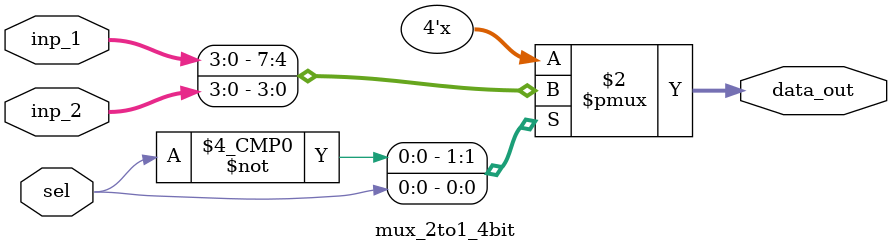
<source format=v>
`timescale 1ns / 1ps


module mux_2to1_4bit(
input [3:0] inp_1,
input [3:0] inp_2,
input sel,
output reg [3:0] data_out
);

always @(*)
begin
  case (sel)
    1'b0: data_out = inp_1;
    1'b1: data_out = inp_2;
    default: data_out = inp_1;
  endcase
end

endmodule

</source>
